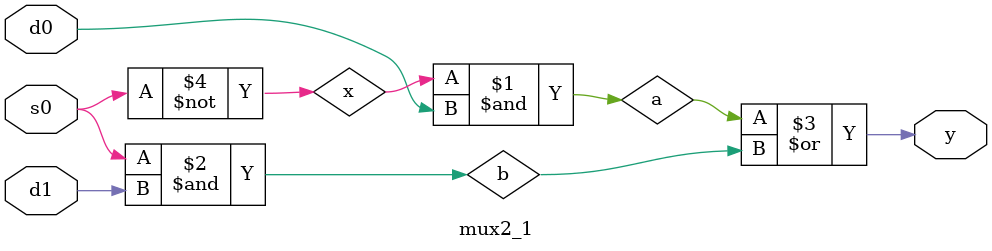
<source format=v>
module mux2_1(
  input d0,d1,s0,  
  output y);
  wire x,a,b;   
  not (x,s0);
  and (a,x,d0);
  and (b,s0,d1);
  or (y,a,b);
endmodule

</source>
